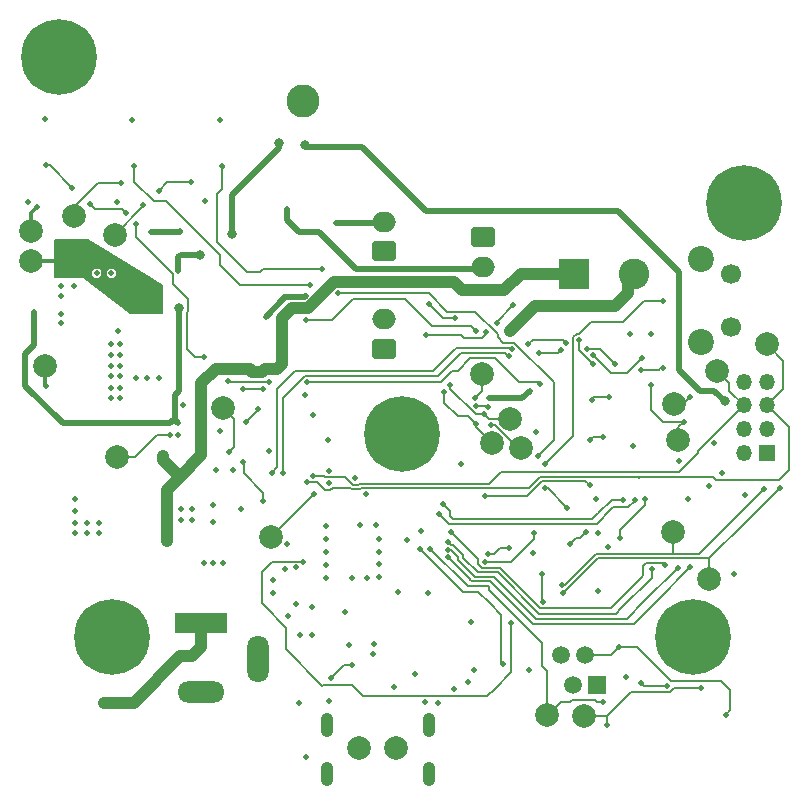
<source format=gbr>
%TF.GenerationSoftware,KiCad,Pcbnew,(5.99.0-11604-g878538abff)*%
%TF.CreationDate,2021-08-06T13:48:48+02:00*%
%TF.ProjectId,pixel-pump-mainboard,7375636b-6572-42d6-9f6e-652d6d61696e,rev?*%
%TF.SameCoordinates,Original*%
%TF.FileFunction,Copper,L4,Bot*%
%TF.FilePolarity,Positive*%
%FSLAX46Y46*%
G04 Gerber Fmt 4.6, Leading zero omitted, Abs format (unit mm)*
G04 Created by KiCad (PCBNEW (5.99.0-11604-g878538abff)) date 2021-08-06 13:48:48*
%MOMM*%
%LPD*%
G01*
G04 APERTURE LIST*
G04 Aperture macros list*
%AMRoundRect*
0 Rectangle with rounded corners*
0 $1 Rounding radius*
0 $2 $3 $4 $5 $6 $7 $8 $9 X,Y pos of 4 corners*
0 Add a 4 corners polygon primitive as box body*
4,1,4,$2,$3,$4,$5,$6,$7,$8,$9,$2,$3,0*
0 Add four circle primitives for the rounded corners*
1,1,$1+$1,$2,$3*
1,1,$1+$1,$4,$5*
1,1,$1+$1,$6,$7*
1,1,$1+$1,$8,$9*
0 Add four rect primitives between the rounded corners*
20,1,$1+$1,$2,$3,$4,$5,0*
20,1,$1+$1,$4,$5,$6,$7,0*
20,1,$1+$1,$6,$7,$8,$9,0*
20,1,$1+$1,$8,$9,$2,$3,0*%
G04 Aperture macros list end*
%TA.AperFunction,ComponentPad*%
%ADD10R,1.350000X1.350000*%
%TD*%
%TA.AperFunction,ComponentPad*%
%ADD11O,1.350000X1.350000*%
%TD*%
%TA.AperFunction,ComponentPad*%
%ADD12C,6.400000*%
%TD*%
%TA.AperFunction,ComponentPad*%
%ADD13C,0.800000*%
%TD*%
%TA.AperFunction,ComponentPad*%
%ADD14RoundRect,0.250000X0.750000X-0.600000X0.750000X0.600000X-0.750000X0.600000X-0.750000X-0.600000X0*%
%TD*%
%TA.AperFunction,ComponentPad*%
%ADD15O,2.000000X1.700000*%
%TD*%
%TA.AperFunction,ComponentPad*%
%ADD16R,1.500000X1.500000*%
%TD*%
%TA.AperFunction,ComponentPad*%
%ADD17C,1.500000*%
%TD*%
%TA.AperFunction,ComponentPad*%
%ADD18O,1.050000X2.100000*%
%TD*%
%TA.AperFunction,ComponentPad*%
%ADD19C,2.200000*%
%TD*%
%TA.AperFunction,ComponentPad*%
%ADD20C,1.700000*%
%TD*%
%TA.AperFunction,ComponentPad*%
%ADD21C,2.800000*%
%TD*%
%TA.AperFunction,ComponentPad*%
%ADD22R,4.400000X1.800000*%
%TD*%
%TA.AperFunction,ComponentPad*%
%ADD23O,4.000000X1.800000*%
%TD*%
%TA.AperFunction,ComponentPad*%
%ADD24O,1.800000X4.000000*%
%TD*%
%TA.AperFunction,ComponentPad*%
%ADD25RoundRect,0.250000X-0.750000X0.600000X-0.750000X-0.600000X0.750000X-0.600000X0.750000X0.600000X0*%
%TD*%
%TA.AperFunction,ComponentPad*%
%ADD26R,2.600000X2.600000*%
%TD*%
%TA.AperFunction,ComponentPad*%
%ADD27C,2.600000*%
%TD*%
%TA.AperFunction,SMDPad,CuDef*%
%ADD28C,2.000000*%
%TD*%
%TA.AperFunction,ViaPad*%
%ADD29C,0.500000*%
%TD*%
%TA.AperFunction,ViaPad*%
%ADD30C,0.800000*%
%TD*%
%TA.AperFunction,Conductor*%
%ADD31C,0.300000*%
%TD*%
%TA.AperFunction,Conductor*%
%ADD32C,0.200000*%
%TD*%
%TA.AperFunction,Conductor*%
%ADD33C,0.500000*%
%TD*%
%TA.AperFunction,Conductor*%
%ADD34C,1.000000*%
%TD*%
G04 APERTURE END LIST*
D10*
%TO.P,J11,1,Pin_1*%
%TO.N,UART0_RX*%
X130971800Y-128806200D03*
D11*
%TO.P,J11,2,Pin_2*%
%TO.N,unconnected-(J11-Pad2)*%
X128971800Y-128806200D03*
%TO.P,J11,3,Pin_3*%
%TO.N,UART0_TX*%
X130971800Y-126806200D03*
%TO.P,J11,4,Pin_4*%
%TO.N,unconnected-(J11-Pad4)*%
X128971800Y-126806200D03*
%TO.P,J11,5,Pin_5*%
%TO.N,SWDIO*%
X130971800Y-124806200D03*
%TO.P,J11,6,Pin_6*%
%TO.N,SWCLK*%
X128971800Y-124806200D03*
%TO.P,J11,7,Pin_7*%
%TO.N,GND*%
X130971800Y-122806200D03*
%TO.P,J11,8,Pin_8*%
X128971800Y-122806200D03*
%TD*%
D12*
%TO.P,H1,1*%
%TO.N,N/C*%
X124663200Y-144424400D03*
D13*
X124663200Y-142024400D03*
X122263200Y-144424400D03*
X126360256Y-142727344D03*
X122966144Y-142727344D03*
X124663200Y-146824400D03*
X126360256Y-146121456D03*
X122966144Y-146121456D03*
X127063200Y-144424400D03*
%TD*%
D12*
%TO.P,H4,1*%
%TO.N,N/C*%
X75488800Y-144424400D03*
D13*
X77185856Y-146121456D03*
X73791744Y-146121456D03*
X75488800Y-146824400D03*
X73791744Y-142727344D03*
X73088800Y-144424400D03*
X77185856Y-142727344D03*
X77888800Y-144424400D03*
X75488800Y-142024400D03*
%TD*%
%TO.P,H3,1*%
%TO.N,N/C*%
X100076000Y-124854000D03*
D12*
X100076000Y-127254000D03*
D13*
X101773056Y-128951056D03*
X100076000Y-129654000D03*
X97676000Y-127254000D03*
X98378944Y-128951056D03*
X98378944Y-125556944D03*
X102476000Y-127254000D03*
X101773056Y-125556944D03*
%TD*%
D14*
%TO.P,J1,1,Pin_1*%
%TO.N,+12V*%
X98535000Y-111740000D03*
D15*
%TO.P,J1,2,Pin_2*%
%TO.N,Net-(D2-Pad1)*%
X98535000Y-109240000D03*
%TD*%
D16*
%TO.P,J3,1*%
%TO.N,GND*%
X116592000Y-148441000D03*
D17*
%TO.P,J3,2*%
%TO.N,FPTVS*%
X115572000Y-145901000D03*
%TO.P,J3,3*%
%TO.N,FPATVS*%
X114552000Y-148441000D03*
%TO.P,J3,4*%
%TO.N,+3V3*%
X113532000Y-145901000D03*
%TD*%
D13*
%TO.P,H5,1*%
%TO.N,N/C*%
X69321344Y-93603744D03*
X71018400Y-92900800D03*
X69321344Y-96997856D03*
X68618400Y-95300800D03*
D12*
X71018400Y-95300800D03*
D13*
X72715456Y-93603744D03*
X71018400Y-97700800D03*
X73418400Y-95300800D03*
X72715456Y-96997856D03*
%TD*%
D18*
%TO.P,J12,S1,SHIELD*%
%TO.N,Net-(C21-Pad2)*%
X93724000Y-151860500D03*
%TO.P,J12,S2,SHIELD*%
X102364000Y-151860500D03*
%TO.P,J12,S3,SHIELD*%
X93724000Y-156040500D03*
%TO.P,J12,S4,SHIELD*%
X102364000Y-156040500D03*
%TD*%
D19*
%TO.P,SW1,*%
%TO.N,*%
X125403800Y-112425600D03*
X125403800Y-119425600D03*
D20*
%TO.P,SW1,1,1*%
%TO.N,Net-(R26-Pad2)*%
X127903800Y-113675600D03*
%TO.P,SW1,2,2*%
%TO.N,GND*%
X127903800Y-118175600D03*
%TD*%
D21*
%TO.P,TP19,1,1*%
%TO.N,GND*%
X91694000Y-99060000D03*
%TD*%
D12*
%TO.P,H2,1*%
%TO.N,N/C*%
X128981200Y-107645200D03*
D13*
X130678256Y-109342256D03*
X126581200Y-107645200D03*
X127284144Y-105948144D03*
X128981200Y-110045200D03*
X128981200Y-105245200D03*
X130678256Y-105948144D03*
X131381200Y-107645200D03*
X127284144Y-109342256D03*
%TD*%
D22*
%TO.P,J5,1*%
%TO.N,Net-(F1-Pad2)*%
X83067600Y-143256000D03*
D23*
%TO.P,J5,2*%
%TO.N,Net-(J5-Pad2)*%
X83067600Y-149056000D03*
D24*
%TO.P,J5,3*%
%TO.N,N/C*%
X87867600Y-146256000D03*
%TD*%
D14*
%TO.P,J2,1,Pin_1*%
%TO.N,+12V*%
X98535000Y-119995000D03*
D15*
%TO.P,J2,2,Pin_2*%
%TO.N,Net-(D7-Pad1)*%
X98535000Y-117495000D03*
%TD*%
D25*
%TO.P,J4,1,Pin_1*%
%TO.N,+12V*%
X106900200Y-110560800D03*
D15*
%TO.P,J4,2,Pin_2*%
%TO.N,Net-(D10-Pad2)*%
X106900200Y-113060800D03*
%TD*%
D26*
%TO.P,J6,1,Pin_1*%
%TO.N,Net-(C5-Pad1)*%
X114625200Y-113639800D03*
D27*
%TO.P,J6,2,Pin_2*%
%TO.N,+12V*%
X119705200Y-113639800D03*
%TD*%
D28*
%TO.P,TP13,1,1*%
%TO.N,GND*%
X69800000Y-121450000D03*
%TD*%
%TO.P,TP1,1,1*%
%TO.N,DP*%
X99517200Y-153822400D03*
%TD*%
%TO.P,TP15,1,1*%
%TO.N,I2C0_SDA*%
X123444000Y-127762000D03*
%TD*%
%TO.P,TP2,1,1*%
%TO.N,DN*%
X96418400Y-153822400D03*
%TD*%
%TO.P,TP7,1,1*%
%TO.N,Net-(D7-Pad1)*%
X72300000Y-108750000D03*
%TD*%
%TO.P,TP10,1,1*%
%TO.N,+12V*%
X68650000Y-112600000D03*
%TD*%
%TO.P,TP14,1,1*%
%TO.N,I2C0_SCL*%
X123063000Y-124714000D03*
%TD*%
%TO.P,TP16,1,1*%
%TO.N,+5V*%
X75920600Y-129184400D03*
%TD*%
%TO.P,TP22,1,1*%
%TO.N,UART0_RX*%
X122986800Y-135509000D03*
%TD*%
%TO.P,TP31,1,1*%
%TO.N,FOOTPEDAL*%
X115493800Y-151079200D03*
%TD*%
%TO.P,TP23,1,1*%
%TO.N,UART0_TX*%
X126085600Y-139496800D03*
%TD*%
%TO.P,TP11,1,1*%
%TO.N,+3V3*%
X84937600Y-125044200D03*
%TD*%
%TO.P,TP26,1,1*%
%TO.N,SPI0_CLK*%
X106807000Y-122174000D03*
%TD*%
%TO.P,TP25,1,1*%
%TO.N,SPI0_CS*%
X110109000Y-128397000D03*
%TD*%
%TO.P,TP28,1,1*%
%TO.N,SPI0_MOSI*%
X109220000Y-125984000D03*
%TD*%
%TO.P,TP5,1,1*%
%TO.N,Net-(TP5-Pad1)*%
X88950800Y-135940800D03*
%TD*%
%TO.P,TP12,1,1*%
%TO.N,SWCLK*%
X126746000Y-121920000D03*
%TD*%
%TO.P,TP20,1,1*%
%TO.N,FOOTPEDAL_AUX*%
X112344200Y-151028400D03*
%TD*%
%TO.P,TP4,1,1*%
%TO.N,Net-(D2-Pad1)*%
X68650000Y-110000000D03*
%TD*%
%TO.P,TP9,1,1*%
%TO.N,Net-(D10-Pad2)*%
X75717400Y-110337600D03*
%TD*%
%TO.P,TP27,1,1*%
%TO.N,SPI0_MISO*%
X107696000Y-128016000D03*
%TD*%
%TO.P,TP24,1,1*%
%TO.N,SWDIO*%
X130937000Y-119634000D03*
%TD*%
D29*
%TO.N,GND*%
X96520000Y-134924800D03*
X73406000Y-135636000D03*
X89154000Y-139573000D03*
X91313000Y-149961600D03*
X129057400Y-132384800D03*
X71150000Y-114700000D03*
X104444800Y-148818600D03*
X72390000Y-135636000D03*
X93853000Y-149860000D03*
X92557600Y-125628400D03*
X72390000Y-133731000D03*
X91063362Y-138515479D03*
X93649800Y-137236200D03*
X93649800Y-134975600D03*
X98120200Y-138201400D03*
X85750400Y-130225800D03*
X102285800Y-140639800D03*
X88773000Y-128651000D03*
X116636800Y-140512800D03*
X83388200Y-107518200D03*
X71200000Y-117100000D03*
X93827600Y-127711200D03*
X75400000Y-124150000D03*
X76200000Y-124150000D03*
X76050000Y-118500000D03*
X95605600Y-145110200D03*
X111125000Y-137287000D03*
X105029000Y-129794000D03*
X98120200Y-137236200D03*
X74422000Y-134747000D03*
X78500000Y-122500000D03*
X91948000Y-154559000D03*
X101142800Y-147574000D03*
X75400000Y-123300000D03*
X101625400Y-135407400D03*
X71200000Y-117800000D03*
X97815400Y-134924800D03*
X92456000Y-144272000D03*
X81500000Y-124800000D03*
X75895200Y-107543600D03*
X126009400Y-131648200D03*
X79450000Y-122500000D03*
X76200000Y-123300000D03*
X77165200Y-100609400D03*
X97019500Y-132301616D03*
X93853000Y-130369799D03*
X98120200Y-139344400D03*
X93649800Y-136093200D03*
X118999000Y-147802600D03*
X84683600Y-100609400D03*
X84607400Y-126949200D03*
X91846400Y-123875800D03*
X101963237Y-149902300D03*
X86410800Y-133553200D03*
X76200000Y-121450000D03*
X76200000Y-120550000D03*
X74422000Y-135636000D03*
X116636800Y-135610600D03*
X98145600Y-136144000D03*
X117475000Y-136779000D03*
X105638600Y-148234400D03*
X95859600Y-139395200D03*
X76200000Y-122350000D03*
X69900000Y-123150000D03*
X89154000Y-140716000D03*
X75400000Y-122350000D03*
X126492000Y-128016000D03*
X77550000Y-122500000D03*
X97104200Y-139395200D03*
X76200000Y-119600000D03*
X97612200Y-145872200D03*
X68402200Y-107569000D03*
X111429800Y-127050800D03*
X69824600Y-100584000D03*
X103098600Y-150012400D03*
X75450000Y-113600000D03*
X91440000Y-144272000D03*
X71150000Y-115550000D03*
X72390000Y-134747000D03*
X73406000Y-134747000D03*
X75400000Y-120500000D03*
X75400000Y-121450000D03*
X72390000Y-132715000D03*
X75400000Y-119600000D03*
X123469400Y-129514600D03*
X74200000Y-113600000D03*
X93649800Y-138328400D03*
X105918000Y-143129000D03*
X93649800Y-139369800D03*
X128193800Y-139065000D03*
X72300000Y-114700000D03*
%TO.N,+3V3*%
X110871000Y-123571000D03*
X124256800Y-132689600D03*
X106172000Y-147193000D03*
X100469000Y-136160000D03*
X121158000Y-118745000D03*
X84886800Y-138176000D03*
X84074000Y-138151000D03*
X84074000Y-134670800D03*
X119634000Y-128270000D03*
X95224600Y-142316200D03*
X107450702Y-124194398D03*
X91059000Y-141605000D03*
X119380000Y-118745000D03*
X127177800Y-130530600D03*
X84074000Y-133197600D03*
X85394800Y-128752600D03*
X90297000Y-136525000D03*
X90424000Y-142621000D03*
X110769400Y-147167600D03*
X96041541Y-130920550D03*
X90170000Y-138684000D03*
X116459000Y-132715000D03*
X99695000Y-140589000D03*
X83312000Y-138176000D03*
X84277200Y-130302000D03*
X99390200Y-148640800D03*
%TO.N,+1V1*%
X97688400Y-145034000D03*
X92405200Y-141859000D03*
X93853000Y-131368800D03*
%TO.N,Net-(D2-Pad1)*%
X116205000Y-121285000D03*
X69138800Y-108000800D03*
X91948000Y-117602000D03*
X94488000Y-109321600D03*
X115062000Y-119253000D03*
X81280000Y-110032800D03*
X106299000Y-118491000D03*
X78841600Y-110083600D03*
%TO.N,FOOTPEDAL*%
X125399800Y-148717000D03*
X108635800Y-146710400D03*
X101600000Y-136982200D03*
X117373400Y-151815800D03*
%TO.N,Net-(D7-Pad1)*%
X115951000Y-127762000D03*
X91897200Y-115493800D03*
X108077000Y-117856000D03*
X76225400Y-105968800D03*
X109474000Y-116332000D03*
X107188000Y-118618000D03*
X88519000Y-117271800D03*
X117094000Y-127508000D03*
X102108000Y-118872000D03*
%TO.N,Net-(D10-Pad2)*%
X117593500Y-124126864D03*
X78105000Y-107848400D03*
X90297000Y-108178600D03*
X116117989Y-124351664D03*
X79451200Y-106629200D03*
X82169000Y-105918000D03*
D30*
%TO.N,Net-(C5-Pad1)*%
X80137000Y-136271000D03*
X79800000Y-129100000D03*
D29*
%TO.N,FOOTPEDAL_AUX*%
X102463600Y-136931400D03*
X117068600Y-149885400D03*
X122529600Y-148539200D03*
X120294400Y-148285200D03*
D30*
%TO.N,Net-(F1-Pad2)*%
X74803000Y-149987000D03*
D29*
%TO.N,I2C0_SDA*%
X116205000Y-120523000D03*
X123909200Y-126195200D03*
X111633000Y-120396000D03*
X89966800Y-130556000D03*
X113538000Y-120142000D03*
X120396000Y-120777000D03*
X121158000Y-123063000D03*
X109093000Y-120650000D03*
%TO.N,I2C0_SCL*%
X115745849Y-120029651D03*
X124460000Y-124079000D03*
X110744000Y-119634000D03*
X122174000Y-121666000D03*
X118070011Y-121291876D03*
X113919000Y-119507000D03*
X109347000Y-120015000D03*
X120269000Y-121793000D03*
X89052400Y-130479800D03*
%TO.N,SPI0_CS*%
X106299000Y-124841000D03*
X107569000Y-126492000D03*
X107315000Y-124968000D03*
X86614000Y-123444000D03*
X88265000Y-123444000D03*
X86622500Y-129590800D03*
X88315800Y-132867400D03*
%TO.N,SPI0_CLK*%
X106203992Y-124198483D03*
%TO.N,SPI0_MISO*%
X103632000Y-123698000D03*
X87884000Y-125095000D03*
X106299000Y-126365000D03*
X86868000Y-126238000D03*
%TO.N,SPI0_MOSI*%
X106993509Y-125559294D03*
X104140000Y-123063000D03*
%TO.N,Lift Btn*%
X103935523Y-137670379D03*
X124460000Y-138455400D03*
%TO.N,Drop Btn*%
X123444000Y-138531600D03*
X103950706Y-137021054D03*
%TO.N,Low Btn*%
X122301000Y-138277600D03*
X104241600Y-135534400D03*
%TO.N,High Btn*%
X103987600Y-136372600D03*
X121183400Y-138684000D03*
%TO.N,Reverse Btn*%
X103225600Y-133985000D03*
X119761000Y-132842000D03*
%TO.N,Trigger Btn*%
X103555800Y-133146800D03*
X118795800Y-132765800D03*
%TO.N,UI LED Data*%
X115951000Y-131572000D03*
X107061000Y-132461000D03*
%TO.N,UART0_RX*%
X130733800Y-131851400D03*
X113614200Y-139979400D03*
%TO.N,UART0_TX*%
X113690400Y-140665200D03*
X132054600Y-131749800D03*
%TO.N,SWDIO*%
X91973400Y-131267200D03*
%TO.N,SWCLK*%
X92557600Y-130733800D03*
%TO.N,NC_VALVE*%
X72150000Y-106400000D03*
X76700000Y-108500000D03*
X111734600Y-122986800D03*
X88798400Y-122783600D03*
X73650000Y-107750000D03*
X85293200Y-122732800D03*
X69951600Y-104470200D03*
X77550000Y-109450000D03*
X92013975Y-122798624D03*
X83261200Y-120726200D03*
%TO.N,NO_VALVE*%
X77393800Y-104546400D03*
X115620800Y-135483600D03*
X92303600Y-114604800D03*
X114276488Y-136497712D03*
X104546400Y-117398800D03*
X102362000Y-116205000D03*
%TO.N,3_WAY_VALVE*%
X84836000Y-104546400D03*
X111226600Y-135559800D03*
X93243400Y-113284000D03*
X111556800Y-129057400D03*
X94665800Y-115316000D03*
X107111800Y-138049000D03*
%TO.N,MOTOR_PWM*%
X109093000Y-136906000D03*
X107315000Y-137414000D03*
%TO.N,Net-(R26-Pad2)*%
X112141000Y-131826000D03*
X112141000Y-129794000D03*
X122174000Y-115951000D03*
X114046000Y-133477000D03*
%TO.N,Net-(TP5-Pad1)*%
X92581957Y-132258842D03*
%TO.N,BEMF*%
X91654589Y-138015979D03*
X109296200Y-143205200D03*
X111887000Y-139090400D03*
X111963200Y-141427200D03*
%TO.N,Net-(J10-Pad9)*%
X120650000Y-132715000D03*
X118491000Y-136017000D03*
%TO.N,DP*%
X99517200Y-153822400D03*
X94081600Y-147878800D03*
X95848464Y-146795000D03*
%TO.N,DN*%
X96418400Y-153822400D03*
%TO.N,FPTVS*%
X118440200Y-145211800D03*
X127482600Y-150977600D03*
%TO.N,+12V*%
X71300000Y-112350000D03*
X72550000Y-111150000D03*
X78900000Y-116050000D03*
X77450000Y-116100000D03*
X77450000Y-114800000D03*
X78900000Y-114800000D03*
X72400000Y-113550000D03*
X71300000Y-111450000D03*
X71250000Y-113350000D03*
D30*
X109169200Y-118491000D03*
%TO.N,+5V*%
X91821000Y-102717600D03*
X82956400Y-112064800D03*
D29*
X82296000Y-134467600D03*
X81127600Y-113411000D03*
X81330800Y-133553200D03*
X81100000Y-127300000D03*
X81330800Y-134467600D03*
D30*
X81153000Y-116509800D03*
X85623400Y-110286800D03*
D29*
X80400000Y-127300000D03*
X68910200Y-116865400D03*
X81100000Y-126300000D03*
X80400000Y-126300000D03*
D30*
X127381000Y-124460000D03*
X89611200Y-102616000D03*
D29*
X82296000Y-133553200D03*
%TD*%
D31*
%TO.N,GND*%
X69800000Y-121450000D02*
X69800000Y-123050000D01*
X69800000Y-123050000D02*
X69900000Y-123150000D01*
D32*
%TO.N,+3V3*%
X85852000Y-128295400D02*
X85394800Y-128752600D01*
D33*
X110871000Y-123571000D02*
X110247602Y-124194398D01*
X110247602Y-124194398D02*
X107450702Y-124194398D01*
D32*
X84937600Y-125044200D02*
X85852000Y-125958600D01*
X85852000Y-125958600D02*
X85852000Y-128295400D01*
%TO.N,Net-(D2-Pad1)*%
X106299000Y-118491000D02*
X105918000Y-118110000D01*
D33*
X94488000Y-109321600D02*
X98453400Y-109321600D01*
D31*
X68650000Y-110000000D02*
X68650000Y-108489600D01*
D32*
X115062000Y-120142000D02*
X115062000Y-119253000D01*
D33*
X81229200Y-110083600D02*
X81280000Y-110032800D01*
X98453400Y-109321600D02*
X98535000Y-109240000D01*
D32*
X100965000Y-116459000D02*
X100330000Y-115824000D01*
D33*
X78841600Y-110083600D02*
X81229200Y-110083600D01*
D32*
X95123000Y-116586000D02*
X94107000Y-117602000D01*
X95885000Y-115824000D02*
X95123000Y-116586000D01*
X100330000Y-115824000D02*
X96647000Y-115824000D01*
X96647000Y-115824000D02*
X95885000Y-115824000D01*
X102997000Y-118110000D02*
X102616000Y-118110000D01*
X102616000Y-118110000D02*
X100965000Y-116459000D01*
X94107000Y-117602000D02*
X91948000Y-117602000D01*
X105918000Y-118110000D02*
X102997000Y-118110000D01*
D31*
X68650000Y-108489600D02*
X69138800Y-108000800D01*
D32*
X116205000Y-121285000D02*
X115062000Y-120142000D01*
%TO.N,FOOTPEDAL*%
X115493800Y-151079200D02*
X117398800Y-151079200D01*
X108458000Y-143941800D02*
X108458000Y-146532600D01*
X108458000Y-142544800D02*
X108458000Y-143941800D01*
X117398800Y-151079200D02*
X119439299Y-149038701D01*
X122736501Y-149038701D02*
X123058202Y-148717000D01*
D31*
X101600000Y-136982200D02*
X101650800Y-137033000D01*
D32*
X119439299Y-149038701D02*
X122736501Y-149038701D01*
X123058202Y-148717000D02*
X125399800Y-148717000D01*
X117373400Y-151815800D02*
X117373400Y-151104600D01*
X117373400Y-151104600D02*
X117398800Y-151079200D01*
X108458000Y-146532600D02*
X108635800Y-146710400D01*
X101600000Y-136982200D02*
X105232200Y-140614400D01*
X106527600Y-140614400D02*
X107467400Y-141554200D01*
X105994200Y-140614400D02*
X106527600Y-140614400D01*
X105232200Y-140614400D02*
X105994200Y-140614400D01*
X107467400Y-141554200D02*
X108458000Y-142544800D01*
D33*
%TO.N,Net-(D7-Pad1)*%
X91744800Y-115646200D02*
X91897200Y-115493800D01*
D32*
X105283000Y-119126000D02*
X106807000Y-119126000D01*
X106807000Y-119126000D02*
X107188000Y-118745000D01*
D33*
X90093800Y-115697000D02*
X90093800Y-115646200D01*
D32*
X108077000Y-117856000D02*
X108077000Y-117729000D01*
D33*
X88519000Y-117271800D02*
X90093800Y-115697000D01*
D32*
X102108000Y-118872000D02*
X105029000Y-118872000D01*
D33*
X90093800Y-115646200D02*
X91744800Y-115646200D01*
D32*
X72428100Y-107861100D02*
X72491600Y-107797600D01*
X105029000Y-118872000D02*
X105283000Y-119126000D01*
X108077000Y-117729000D02*
X109474000Y-116332000D01*
X72428100Y-107861100D02*
X74320400Y-105968800D01*
X117094000Y-127508000D02*
X116205000Y-127508000D01*
X107188000Y-118745000D02*
X107188000Y-118618000D01*
X116205000Y-127508000D02*
X115951000Y-127762000D01*
X74320400Y-105968800D02*
X76225400Y-105968800D01*
D33*
%TO.N,Net-(D10-Pad2)*%
X106727800Y-113233200D02*
X106900200Y-113060800D01*
X91363800Y-110134400D02*
X90297000Y-109067600D01*
X96621600Y-113233200D02*
X96164400Y-113233200D01*
X90297000Y-109067600D02*
X90297000Y-108178600D01*
D32*
X79451200Y-106629200D02*
X80162400Y-105918000D01*
D33*
X96164400Y-113233200D02*
X93065600Y-110134400D01*
D32*
X78105000Y-107950000D02*
X78105000Y-107848400D01*
X80162400Y-105918000D02*
X82169000Y-105918000D01*
D33*
X93065600Y-110134400D02*
X91363800Y-110134400D01*
D32*
X75717400Y-110337600D02*
X78105000Y-107950000D01*
X116117989Y-124351664D02*
X116342789Y-124126864D01*
D33*
X96621600Y-113233200D02*
X106727800Y-113233200D01*
D32*
X116342789Y-124126864D02*
X117593500Y-124126864D01*
D34*
%TO.N,Net-(C5-Pad1)*%
X88465752Y-121704310D02*
X89471290Y-121704310D01*
X79800000Y-129457000D02*
X81216500Y-130873500D01*
X89890600Y-117398800D02*
X90743689Y-116545711D01*
X94286900Y-114376200D02*
X104419400Y-114376200D01*
X81216500Y-130873500D02*
X83058000Y-129032000D01*
X90743689Y-116545711D02*
X92117390Y-116545710D01*
X92117390Y-116545710D02*
X94286900Y-114376200D01*
X110134200Y-113639800D02*
X114625200Y-113639800D01*
X89890600Y-117398800D02*
X89890600Y-118416900D01*
X88239561Y-121930501D02*
X88465752Y-121704310D01*
X83058000Y-122936000D02*
X84289690Y-121704310D01*
X87149848Y-121704310D02*
X87376039Y-121930501D01*
X89890600Y-121285000D02*
X89890600Y-119126000D01*
X89890600Y-117398800D02*
X89890600Y-121285000D01*
X87376039Y-121930501D02*
X88239561Y-121930501D01*
X79800000Y-129100000D02*
X79800000Y-129457000D01*
X80137000Y-131953000D02*
X81216500Y-130873500D01*
X80137000Y-136271000D02*
X80137000Y-131953000D01*
X104419400Y-114376200D02*
X105105200Y-115062000D01*
X84289690Y-121704310D02*
X87149848Y-121704310D01*
X89471290Y-121704310D02*
X89890600Y-121285000D01*
X105105200Y-115062000D02*
X108712000Y-115062000D01*
D32*
X81216500Y-130822700D02*
X81216500Y-130873500D01*
D34*
X108712000Y-115062000D02*
X110134200Y-113639800D01*
X83058000Y-129032000D02*
X83058000Y-122936000D01*
D32*
%TO.N,FOOTPEDAL_AUX*%
X102463600Y-136931400D02*
X105613200Y-140081000D01*
X107391200Y-140411200D02*
X111912400Y-144932400D01*
X114427000Y-149733000D02*
X114274600Y-149885400D01*
X120548400Y-148539200D02*
X122529600Y-148539200D01*
X114274600Y-149885400D02*
X113487200Y-149885400D01*
X117068600Y-149885400D02*
X116535200Y-149885400D01*
X120294400Y-148285200D02*
X120548400Y-148539200D01*
X105613200Y-140081000D02*
X107391200Y-140081000D01*
X111912400Y-146862800D02*
X112344200Y-147294600D01*
X116382800Y-149733000D02*
X114427000Y-149733000D01*
X111912400Y-144932400D02*
X111912400Y-146862800D01*
X116535200Y-149885400D02*
X116382800Y-149733000D01*
X112344200Y-147294600D02*
X112344200Y-151028400D01*
X113487200Y-149885400D02*
X112344200Y-151028400D01*
X107391200Y-140081000D02*
X107391200Y-140411200D01*
D34*
%TO.N,Net-(F1-Pad2)*%
X82296000Y-146050000D02*
X83067600Y-145278400D01*
X77343000Y-149987000D02*
X81280000Y-146050000D01*
X81280000Y-146050000D02*
X82296000Y-146050000D01*
X74803000Y-149987000D02*
X77343000Y-149987000D01*
X83067600Y-145278400D02*
X83067600Y-143256000D01*
D32*
%TO.N,I2C0_SDA*%
X121158000Y-123063000D02*
X121158000Y-125222000D01*
X91807074Y-122299123D02*
X103125877Y-122299123D01*
X89966800Y-124139397D02*
X91807074Y-122299123D01*
X113284000Y-120396000D02*
X113538000Y-120142000D01*
X111633000Y-120396000D02*
X113284000Y-120396000D01*
X119126000Y-122047000D02*
X120396000Y-120777000D01*
X103125877Y-122299123D02*
X105079800Y-120345200D01*
X108788200Y-120345200D02*
X109093000Y-120650000D01*
X122131200Y-126195200D02*
X123909200Y-126195200D01*
X123444000Y-126660400D02*
X123909200Y-126195200D01*
X89966800Y-130556000D02*
X89966800Y-124139397D01*
X105079800Y-120345200D02*
X108596512Y-120345200D01*
X117729000Y-122047000D02*
X118491000Y-122047000D01*
X108596512Y-120345200D02*
X108788200Y-120345200D01*
X121158000Y-125222000D02*
X122131200Y-126195200D01*
X123444000Y-127762000D02*
X123444000Y-126660400D01*
X116205000Y-120523000D02*
X117729000Y-122047000D01*
X118491000Y-122047000D02*
X119126000Y-122047000D01*
%TO.N,I2C0_SCL*%
X104571800Y-120040400D02*
X104698800Y-119913400D01*
X113665000Y-119253000D02*
X113919000Y-119507000D01*
X109245400Y-119913400D02*
X109347000Y-120015000D01*
X102565200Y-121920000D02*
X102692200Y-121920000D01*
X91033600Y-121869200D02*
X102514400Y-121869200D01*
X121920000Y-121666000D02*
X121793000Y-121793000D01*
X110744000Y-119634000D02*
X111125000Y-119253000D01*
X111125000Y-119253000D02*
X113157000Y-119253000D01*
X123825000Y-124714000D02*
X124460000Y-124079000D01*
X121793000Y-121793000D02*
X121539000Y-121793000D01*
X123063000Y-124714000D02*
X123825000Y-124714000D01*
X121539000Y-121793000D02*
X120269000Y-121793000D01*
X116801634Y-120023499D02*
X118070011Y-121291876D01*
X89484200Y-128219200D02*
X89484200Y-123418600D01*
X108178600Y-119913400D02*
X109016800Y-119913400D01*
X89052400Y-130479800D02*
X89484200Y-130048000D01*
X115752001Y-120023499D02*
X116801634Y-120023499D01*
X122174000Y-121666000D02*
X121920000Y-121666000D01*
X89484200Y-123418600D02*
X91033600Y-121869200D01*
X102692200Y-121920000D02*
X104571800Y-120040400D01*
X89484200Y-130048000D02*
X89484200Y-128219200D01*
X109016800Y-119913400D02*
X109245400Y-119913400D01*
X104698800Y-119913400D02*
X108178600Y-119913400D01*
X102514400Y-121869200D02*
X102565200Y-121920000D01*
X113157000Y-119253000D02*
X113665000Y-119253000D01*
X115745849Y-120029651D02*
X115752001Y-120023499D01*
%TO.N,SPI0_CS*%
X109865924Y-128397000D02*
X107960924Y-126492000D01*
X107960924Y-126492000D02*
X107569000Y-126492000D01*
X88315800Y-132207000D02*
X86664800Y-130556000D01*
X106299000Y-124841000D02*
X107188000Y-124841000D01*
X88265000Y-123444000D02*
X86614000Y-123444000D01*
X86664800Y-129633100D02*
X86622500Y-129590800D01*
X110109000Y-128397000D02*
X109865924Y-128397000D01*
X86664800Y-130556000D02*
X86664800Y-129633100D01*
X107188000Y-124841000D02*
X107315000Y-124968000D01*
X88315800Y-132867400D02*
X88315800Y-132207000D01*
%TO.N,SPI0_CLK*%
X106807000Y-122174000D02*
X106807000Y-123595475D01*
X106807000Y-123595475D02*
X106203992Y-124198483D01*
%TO.N,SPI0_MISO*%
X105664000Y-125730000D02*
X104775000Y-125730000D01*
X106299000Y-126365000D02*
X105664000Y-125730000D01*
X106299000Y-126619000D02*
X106299000Y-126365000D01*
X87884000Y-125222000D02*
X86868000Y-126238000D01*
X104775000Y-125730000D02*
X103632000Y-124587000D01*
X103632000Y-124587000D02*
X103632000Y-123698000D01*
X87884000Y-125095000D02*
X87884000Y-125222000D01*
X107696000Y-128016000D02*
X106299000Y-126619000D01*
%TO.N,SPI0_MOSI*%
X107418215Y-125984000D02*
X106993509Y-125559294D01*
X104140000Y-123063000D02*
X104140000Y-123388402D01*
X106310892Y-125559294D02*
X106993509Y-125559294D01*
X104140000Y-123388402D02*
X106310892Y-125559294D01*
X109220000Y-125984000D02*
X107418215Y-125984000D01*
%TO.N,Lift Btn*%
X119659400Y-143281400D02*
X111125000Y-143281400D01*
X105791000Y-139525856D02*
X103935523Y-137670379D01*
X111125000Y-143281400D02*
X107543600Y-139700000D01*
X121640600Y-141325600D02*
X124460000Y-138506200D01*
X121640600Y-141325600D02*
X121615200Y-141325600D01*
X121615200Y-141325600D02*
X119659400Y-143281400D01*
X107543600Y-139700000D02*
X105943400Y-139700000D01*
X124460000Y-138506200D02*
X124460000Y-138455400D01*
X105791000Y-139547600D02*
X105791000Y-139525856D01*
X105943400Y-139700000D02*
X105791000Y-139547600D01*
%TO.N,Drop Btn*%
X120573800Y-141376400D02*
X119100600Y-142849600D01*
X119100600Y-142849600D02*
X111379000Y-142849600D01*
X123418600Y-138531600D02*
X123444000Y-138531600D01*
X107848400Y-139319000D02*
X106222800Y-139319000D01*
X104775000Y-137871200D02*
X104775000Y-137617200D01*
X111379000Y-142849600D02*
X107848400Y-139319000D01*
X104775000Y-137617200D02*
X104178854Y-137021054D01*
X120573800Y-141376400D02*
X123418600Y-138531600D01*
X104178854Y-137021054D02*
X103950706Y-137021054D01*
X106222800Y-139319000D02*
X104775000Y-137871200D01*
%TO.N,Low Btn*%
X122047000Y-138176000D02*
X122199400Y-138176000D01*
X120446800Y-139192000D02*
X120446800Y-138430000D01*
X117127900Y-141960600D02*
X117170200Y-141918300D01*
X117720500Y-141918300D02*
X120345200Y-139293600D01*
X111760000Y-141960600D02*
X117127900Y-141960600D01*
X120700800Y-138176000D02*
X122047000Y-138176000D01*
X122199400Y-138176000D02*
X122301000Y-138277600D01*
X106807000Y-138582400D02*
X106934000Y-138582400D01*
X117170200Y-141918300D02*
X117720500Y-141918300D01*
X106485299Y-138260699D02*
X106807000Y-138582400D01*
X120446800Y-138430000D02*
X120700800Y-138176000D01*
X106485299Y-137778099D02*
X106485299Y-138260699D01*
X104241600Y-135534400D02*
X106485299Y-137778099D01*
X106807000Y-138582400D02*
X108381800Y-138582400D01*
X108381800Y-138582400D02*
X111760000Y-141960600D01*
X120345200Y-139293600D02*
X120446800Y-139192000D01*
%TO.N,High Btn*%
X117398800Y-142417800D02*
X117119400Y-142417800D01*
X108178600Y-138938000D02*
X111658400Y-142417800D01*
X104343200Y-136575800D02*
X105232200Y-137464800D01*
X105232200Y-137464800D02*
X105232200Y-137693400D01*
X104190800Y-136575800D02*
X104343200Y-136575800D01*
X118618000Y-141960600D02*
X121183400Y-139395200D01*
X105232200Y-137693400D02*
X106476800Y-138938000D01*
X118160800Y-142417800D02*
X118618000Y-141960600D01*
X121183400Y-139395200D02*
X121183400Y-138684000D01*
X103987600Y-136372600D02*
X104190800Y-136575800D01*
X111658400Y-142417800D02*
X118160800Y-142417800D01*
X106476800Y-138938000D02*
X106553000Y-138938000D01*
X106476800Y-138938000D02*
X108178600Y-138938000D01*
%TO.N,Reverse Btn*%
X117906800Y-133426200D02*
X119202200Y-133426200D01*
X103225600Y-133985000D02*
X104046099Y-134805499D01*
X116527501Y-134805499D02*
X117729000Y-133604000D01*
X104046099Y-134805499D02*
X115734961Y-134805499D01*
X119761000Y-132867400D02*
X119761000Y-132842000D01*
X115734961Y-134805499D02*
X116527501Y-134805499D01*
X117729000Y-133604000D02*
X117906800Y-133426200D01*
X119202200Y-133426200D02*
X119761000Y-132867400D01*
%TO.N,Trigger Btn*%
X103555800Y-133146800D02*
X104140000Y-133731000D01*
X116128800Y-134442200D02*
X116636800Y-133934200D01*
X104140000Y-134188200D02*
X104394000Y-134442200D01*
X104394000Y-134442200D02*
X116128800Y-134442200D01*
X116636800Y-133934200D02*
X117805200Y-132765800D01*
X104140000Y-133731000D02*
X104140000Y-134188200D01*
X117805200Y-132765800D02*
X118795800Y-132765800D01*
%TO.N,UI LED Data*%
X110617000Y-132461000D02*
X111379000Y-131699000D01*
X111379000Y-131699000D02*
X111887000Y-131191000D01*
X112268000Y-131191000D02*
X115570000Y-131191000D01*
X107061000Y-132461000D02*
X110617000Y-132461000D01*
X115570000Y-131191000D02*
X115951000Y-131572000D01*
X111887000Y-131191000D02*
X112268000Y-131191000D01*
%TO.N,UART0_RX*%
X125190511Y-137394689D02*
X130733800Y-131851400D01*
X116466628Y-137394689D02*
X122980711Y-137394689D01*
X123729489Y-137394689D02*
X125190511Y-137394689D01*
X122986800Y-137388600D02*
X122986800Y-135509000D01*
X113881916Y-139979400D02*
X116466628Y-137394689D01*
X122980711Y-137394689D02*
X123729489Y-137394689D01*
X113614200Y-139979400D02*
X113881916Y-139979400D01*
X122980711Y-137394689D02*
X122986800Y-137388600D01*
%TO.N,UART0_TX*%
X126085600Y-139496800D02*
X126085600Y-137769600D01*
X113690400Y-140665200D02*
X116611400Y-137744200D01*
X116611400Y-137744200D02*
X122021600Y-137744200D01*
X129260600Y-134543800D02*
X132054600Y-131749800D01*
X126060200Y-137744200D02*
X129260600Y-134543800D01*
X126085600Y-137769600D02*
X126060200Y-137744200D01*
X122021600Y-137744200D02*
X126060200Y-137744200D01*
%TO.N,SWDIO*%
X110783117Y-131800600D02*
X111742228Y-130841489D01*
X132334000Y-123444000D02*
X130971800Y-124806200D01*
X120161311Y-130866889D02*
X126392355Y-130866889D01*
X120135911Y-130841489D02*
X120161311Y-130866889D01*
X111742228Y-130841489D02*
X120135911Y-130841489D01*
X91973400Y-131267200D02*
X92850150Y-131267200D01*
X132816600Y-130225800D02*
X132816600Y-126651000D01*
X95674914Y-131800600D02*
X95787327Y-131913012D01*
X132334000Y-121031000D02*
X132334000Y-123444000D01*
X126603967Y-131078501D02*
X131963899Y-131078501D01*
X120116600Y-130911600D02*
X120161311Y-130866889D01*
X93983700Y-131986948D02*
X94170048Y-131800600D01*
X130937000Y-119634000D02*
X132334000Y-121031000D01*
X132816600Y-126651000D02*
X130971800Y-124806200D01*
X95787327Y-131913012D02*
X96490674Y-131913012D01*
X131963899Y-131078501D02*
X132816600Y-130225800D01*
X96603085Y-131800600D02*
X110783117Y-131800600D01*
X126392355Y-130866889D02*
X126603967Y-131078501D01*
X96490674Y-131913012D02*
X96603085Y-131800600D01*
X94170048Y-131800600D02*
X95674914Y-131800600D01*
X92850150Y-131267200D02*
X93569898Y-131986948D01*
X93569898Y-131986948D02*
X93983700Y-131986948D01*
%TO.N,SWCLK*%
X127762000Y-123596400D02*
X128971800Y-124806200D01*
X95932099Y-131563501D02*
X96345901Y-131563501D01*
X93569899Y-130869299D02*
X95237897Y-130869299D01*
X107416600Y-131445000D02*
X108418012Y-130443588D01*
X96464402Y-131445000D02*
X107416600Y-131445000D01*
X126746000Y-121920000D02*
X127762000Y-122936000D01*
X125113510Y-128816484D02*
X125113510Y-128664490D01*
X92557600Y-130733800D02*
X93434400Y-130733800D01*
X108418012Y-130443588D02*
X123486406Y-130443588D01*
X95237897Y-130869299D02*
X95932099Y-131563501D01*
X93434400Y-130733800D02*
X93569899Y-130869299D01*
X96345901Y-131563501D02*
X96464402Y-131445000D01*
X127762000Y-122936000D02*
X127762000Y-123596400D01*
X123486406Y-130443588D02*
X125113510Y-128816484D01*
X125113510Y-128664490D02*
X128971800Y-124806200D01*
%TO.N,NC_VALVE*%
X81952501Y-116840965D02*
X81827911Y-116965555D01*
X111734600Y-122986800D02*
X111556800Y-122809000D01*
X76700000Y-108500000D02*
X76350000Y-108150000D01*
X81952501Y-116115501D02*
X81952501Y-115802501D01*
X104275489Y-121860711D02*
X103327200Y-122809000D01*
X80650000Y-114500000D02*
X80650000Y-113700000D01*
X81827911Y-120029511D02*
X82524600Y-120726200D01*
X80650000Y-113650000D02*
X77650000Y-110650000D01*
X70220200Y-104470200D02*
X69951600Y-104470200D01*
X76350000Y-108150000D02*
X74150000Y-108150000D01*
X81827911Y-116965555D02*
X81827911Y-120029511D01*
X104753304Y-121860711D02*
X104275489Y-121860711D01*
X85344000Y-122783600D02*
X85293200Y-122732800D01*
X92024351Y-122809000D02*
X92013975Y-122798624D01*
X107928305Y-120806105D02*
X105807910Y-120806105D01*
X82524600Y-120726200D02*
X83261200Y-120726200D01*
X81952501Y-116115501D02*
X81952501Y-116840965D01*
X74050000Y-108150000D02*
X73650000Y-107750000D01*
X81952501Y-115802501D02*
X81250000Y-115100000D01*
X77650000Y-110650000D02*
X77550000Y-110550000D01*
X105807910Y-120806105D02*
X104753304Y-121860711D01*
X111556800Y-122809000D02*
X109931200Y-122809000D01*
X88798400Y-122783600D02*
X85344000Y-122783600D01*
X109931200Y-122809000D02*
X107928305Y-120806105D01*
X81250000Y-115100000D02*
X80650000Y-114500000D01*
X103327200Y-122809000D02*
X92024351Y-122809000D01*
X77550000Y-110550000D02*
X77550000Y-109450000D01*
X74150000Y-108150000D02*
X74050000Y-108150000D01*
X80650000Y-113700000D02*
X80650000Y-113650000D01*
X72150000Y-106400000D02*
X70220200Y-104470200D01*
%TO.N,NO_VALVE*%
X79019400Y-107518200D02*
X77393800Y-105892600D01*
X77393800Y-105892600D02*
X77393800Y-105583653D01*
X84619578Y-112913145D02*
X84619578Y-112051578D01*
X86311233Y-114604800D02*
X84619578Y-112913145D01*
X115087400Y-136017000D02*
X115620800Y-135483600D01*
X114757200Y-136017000D02*
X114276488Y-136497712D01*
X91795600Y-114604800D02*
X92303600Y-114604800D01*
X103555800Y-117398800D02*
X104546400Y-117398800D01*
X77393800Y-105892600D02*
X77393800Y-104546400D01*
X91795600Y-114604800D02*
X86311233Y-114604800D01*
X84619578Y-112051578D02*
X80086200Y-107518200D01*
X80086200Y-107518200D02*
X79019400Y-107518200D01*
X115087400Y-136017000D02*
X114757200Y-136017000D01*
X102362000Y-116205000D02*
X103555800Y-117398800D01*
%TO.N,3_WAY_VALVE*%
X112894511Y-127719689D02*
X111556800Y-129057400D01*
X84969089Y-104679489D02*
X84836000Y-104546400D01*
X93243400Y-113284000D02*
X88293062Y-113284000D01*
X84429600Y-110972600D02*
X84429600Y-106883200D01*
X109448600Y-137845800D02*
X111226600Y-136067800D01*
X88072961Y-113504101D02*
X86961101Y-113504101D01*
X84429600Y-106883200D02*
X84836000Y-106476800D01*
X111226600Y-136067800D02*
X111226600Y-135559800D01*
X88293062Y-113284000D02*
X88072961Y-113504101D01*
X107111800Y-138049000D02*
X109245400Y-138049000D01*
X94665800Y-115316000D02*
X102336600Y-115316000D01*
X84836000Y-106476800D02*
X84836000Y-104546400D01*
X106273600Y-116865400D02*
X108178600Y-118770400D01*
X108178600Y-119024400D02*
X108635800Y-119481600D01*
X86961101Y-113504101D02*
X84429600Y-110972600D01*
X103886000Y-116865400D02*
X106273600Y-116865400D01*
X109245400Y-138049000D02*
X109448600Y-137845800D01*
X108635800Y-119481600D02*
X109550200Y-119481600D01*
X102336600Y-115316000D02*
X103886000Y-116865400D01*
X112894511Y-122825911D02*
X112894511Y-127719689D01*
X108178600Y-118770400D02*
X108178600Y-119024400D01*
X109550200Y-119481600D02*
X112894511Y-122825911D01*
%TO.N,MOTOR_PWM*%
X107823000Y-137414000D02*
X107315000Y-137414000D01*
X108077000Y-137160000D02*
X107823000Y-137414000D01*
X108331000Y-136906000D02*
X108077000Y-137160000D01*
X108585000Y-136906000D02*
X108331000Y-136906000D01*
X109093000Y-136906000D02*
X108585000Y-136906000D01*
%TO.N,Net-(R26-Pad2)*%
X114855099Y-118753499D02*
X115067218Y-118753499D01*
X116091717Y-117729000D02*
X118745000Y-117729000D01*
X114562499Y-127372501D02*
X114562499Y-119046099D01*
X112395000Y-131826000D02*
X114046000Y-133477000D01*
X112141000Y-129794000D02*
X114562499Y-127372501D01*
X114562499Y-119046099D02*
X114855099Y-118753499D01*
X115067218Y-118753499D02*
X116091717Y-117729000D01*
X118745000Y-117729000D02*
X120523000Y-115951000D01*
X120523000Y-115951000D02*
X122174000Y-115951000D01*
X112141000Y-131826000D02*
X112395000Y-131826000D01*
%TO.N,Net-(TP5-Pad1)*%
X88950800Y-135940800D02*
X92581957Y-132309643D01*
X92581957Y-132309643D02*
X92581957Y-132258842D01*
%TO.N,BEMF*%
X90246200Y-143865600D02*
X90246200Y-143637000D01*
X89034621Y-138015979D02*
X91654589Y-138015979D01*
X111887000Y-139090400D02*
X111887000Y-141351000D01*
X109296200Y-147396200D02*
X107924600Y-148767800D01*
X90246200Y-143637000D02*
X88417400Y-141808200D01*
X88163400Y-141554200D02*
X88163400Y-138887200D01*
X111887000Y-141351000D02*
X111963200Y-141427200D01*
X95834200Y-148463000D02*
X93370400Y-148463000D01*
X93319600Y-148513800D02*
X90246200Y-145440400D01*
X107289600Y-149402800D02*
X103886000Y-149402800D01*
X96774000Y-149402800D02*
X95834200Y-148463000D01*
X109296200Y-143205200D02*
X109296200Y-147396200D01*
X90246200Y-145440400D02*
X90246200Y-143865600D01*
X103886000Y-149402800D02*
X96774000Y-149402800D01*
X107924600Y-148767800D02*
X107289600Y-149402800D01*
X93370400Y-148463000D02*
X93319600Y-148513800D01*
X88417400Y-141808200D02*
X88163400Y-141554200D01*
X88163400Y-138887200D02*
X89034621Y-138015979D01*
%TO.N,Net-(J10-Pad9)*%
X120650000Y-133223000D02*
X120142000Y-133731000D01*
X120142000Y-133731000D02*
X118491000Y-135382000D01*
X118491000Y-135382000D02*
X118491000Y-136017000D01*
X120650000Y-132715000D02*
X120650000Y-133223000D01*
%TO.N,DP*%
X95151332Y-146809068D02*
X95834396Y-146809068D01*
X94081600Y-147878800D02*
X95151332Y-146809068D01*
X95834396Y-146809068D02*
X95848464Y-146795000D01*
D31*
%TO.N,FPATVS*%
X114528600Y-148464400D02*
X114552000Y-148441000D01*
D32*
%TO.N,FPTVS*%
X117751000Y-145901000D02*
X118440200Y-145211800D01*
X115572000Y-145901000D02*
X117751000Y-145901000D01*
X127076200Y-148132800D02*
X127838200Y-148894800D01*
X119908602Y-145211800D02*
X122829602Y-148132800D01*
X118440200Y-145211800D02*
X119908602Y-145211800D01*
X127838200Y-150622000D02*
X127482600Y-150977600D01*
X122829602Y-148132800D02*
X127076200Y-148132800D01*
X127838200Y-148894800D02*
X127838200Y-150622000D01*
D34*
%TO.N,+12V*%
X118110000Y-116357400D02*
X119176800Y-115290600D01*
X111302800Y-116357400D02*
X118110000Y-116357400D01*
X119176800Y-115290600D02*
X119176800Y-114168200D01*
X109169200Y-118491000D02*
X111302800Y-116357400D01*
X119176800Y-114168200D02*
X119705200Y-113639800D01*
D31*
X68650000Y-112600000D02*
X71050000Y-112600000D01*
X71050000Y-112600000D02*
X71300000Y-112350000D01*
D33*
%TO.N,+5V*%
X126492000Y-123571000D02*
X127381000Y-124460000D01*
X83007200Y-112115600D02*
X82956400Y-112064800D01*
X82956400Y-112064800D02*
X81305400Y-112064800D01*
X80800000Y-126000000D02*
X81100000Y-126300000D01*
X81305400Y-112064800D02*
X81127600Y-112242600D01*
X85623400Y-106959400D02*
X85623400Y-110286800D01*
X68173600Y-123139200D02*
X71334400Y-126300000D01*
X91821000Y-102717600D02*
X92024200Y-102920800D01*
X80700000Y-126000000D02*
X80400000Y-126300000D01*
X81127600Y-112242600D02*
X81127600Y-113411000D01*
X68910200Y-116865400D02*
X68910200Y-119684800D01*
D32*
X77444600Y-129184400D02*
X79329000Y-127300000D01*
D33*
X118364000Y-108331000D02*
X123520200Y-113487200D01*
D32*
X75920600Y-129184400D02*
X77444600Y-129184400D01*
D33*
X71334400Y-126300000D02*
X80400000Y-126300000D01*
X123520200Y-113487200D02*
X123520200Y-114249200D01*
X81153000Y-123597000D02*
X80800000Y-123950000D01*
X68910200Y-119684800D02*
X68173600Y-120421400D01*
X80800000Y-126000000D02*
X80700000Y-126000000D01*
X89611200Y-102971600D02*
X85623400Y-106959400D01*
X89611200Y-102616000D02*
X89611200Y-102971600D01*
X92024200Y-102920800D02*
X96697800Y-102920800D01*
X96697800Y-102920800D02*
X102108000Y-108331000D01*
X123520200Y-121767600D02*
X123520200Y-114249200D01*
X80800000Y-123950000D02*
X80800000Y-126000000D01*
X123520200Y-121767600D02*
X125323600Y-123571000D01*
X68173600Y-120421400D02*
X68173600Y-123139200D01*
X125323600Y-123571000D02*
X126492000Y-123571000D01*
X81153000Y-116509800D02*
X81153000Y-123597000D01*
X102108000Y-108331000D02*
X118364000Y-108331000D01*
D32*
X79329000Y-127300000D02*
X80400000Y-127300000D01*
%TD*%
%TA.AperFunction,Conductor*%
%TO.N,+12V*%
G36*
X73430063Y-110718178D02*
G01*
X78864210Y-114003941D01*
X79789195Y-114563234D01*
X79837138Y-114615597D01*
X79850000Y-114671056D01*
X79850000Y-116974000D01*
X79829998Y-117042121D01*
X79776342Y-117088614D01*
X79724000Y-117100000D01*
X77142273Y-117100000D01*
X77074152Y-117079998D01*
X77066281Y-117074505D01*
X73014452Y-114010927D01*
X73000000Y-114000000D01*
X70726000Y-114000000D01*
X70657879Y-113979998D01*
X70611386Y-113926342D01*
X70600000Y-113874000D01*
X70600000Y-113600000D01*
X73794508Y-113600000D01*
X73814354Y-113725304D01*
X73871950Y-113838342D01*
X73961658Y-113928050D01*
X74074696Y-113985646D01*
X74084485Y-113987196D01*
X74084487Y-113987197D01*
X74190207Y-114003941D01*
X74200000Y-114005492D01*
X74209793Y-114003941D01*
X74315513Y-113987197D01*
X74315515Y-113987196D01*
X74325304Y-113985646D01*
X74438342Y-113928050D01*
X74528050Y-113838342D01*
X74585646Y-113725304D01*
X74605492Y-113600000D01*
X75044508Y-113600000D01*
X75064354Y-113725304D01*
X75121950Y-113838342D01*
X75211658Y-113928050D01*
X75324696Y-113985646D01*
X75334485Y-113987196D01*
X75334487Y-113987197D01*
X75440207Y-114003941D01*
X75450000Y-114005492D01*
X75459793Y-114003941D01*
X75565513Y-113987197D01*
X75565515Y-113987196D01*
X75575304Y-113985646D01*
X75688342Y-113928050D01*
X75778050Y-113838342D01*
X75835646Y-113725304D01*
X75855492Y-113600000D01*
X75835646Y-113474696D01*
X75778050Y-113361658D01*
X75688342Y-113271950D01*
X75575304Y-113214354D01*
X75565515Y-113212804D01*
X75565513Y-113212803D01*
X75459793Y-113196059D01*
X75450000Y-113194508D01*
X75440207Y-113196059D01*
X75334487Y-113212803D01*
X75334485Y-113212804D01*
X75324696Y-113214354D01*
X75211658Y-113271950D01*
X75121950Y-113361658D01*
X75064354Y-113474696D01*
X75044508Y-113600000D01*
X74605492Y-113600000D01*
X74585646Y-113474696D01*
X74528050Y-113361658D01*
X74438342Y-113271950D01*
X74325304Y-113214354D01*
X74315515Y-113212804D01*
X74315513Y-113212803D01*
X74209793Y-113196059D01*
X74200000Y-113194508D01*
X74190207Y-113196059D01*
X74084487Y-113212803D01*
X74084485Y-113212804D01*
X74074696Y-113214354D01*
X73961658Y-113271950D01*
X73871950Y-113361658D01*
X73814354Y-113474696D01*
X73794508Y-113600000D01*
X70600000Y-113600000D01*
X70600000Y-110826000D01*
X70620002Y-110757879D01*
X70673658Y-110711386D01*
X70726000Y-110700000D01*
X73364869Y-110700000D01*
X73430063Y-110718178D01*
G37*
%TD.AperFunction*%
%TD*%
M02*

</source>
